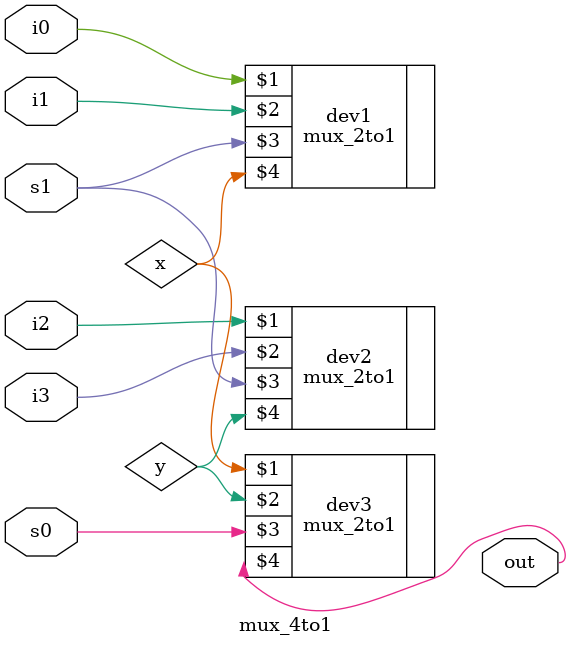
<source format=v>
module mux_4to1(i0,i1,i2,i3,s0,s1,out);
input i0,i1,i2,i3,s0,s1;
output out;
wire x,y;

mux_2to1 dev1(i0,i1,s1,x);
mux_2to1 dev2(i2,i3,s1,y);
mux_2to1 dev3(x,y,s0,out);
endmodule
/*
module mux_4to1_tb();
reg i0,i1,i2,i3,s1,s0;
wire out;

mux_4to1 dev(.i0(i0), .i1(i1), .i2(i2), .i3(i3), .s1(s1), .s0(s0), .out(out));
initial begin
	$dumpfile("test1.vcd");
	$dumpvars(-1,dev);
end

initial begin
i3=1;i2=1;i1=0;i0=1;s0=0;s1=1;#10;
i3=0;i2=0;i1=1;i0=0;s0=0;s1=1;#10;
i3=0;i2=1;i1=0;i0=0;s0=1;s1=0;#10;
i3=1;i2=0;i1=0;i0=0;s0=1;s1=1;#10;
i3=0;i2=0;i1=0;i0=1;s0=0;s1=0;#10;
end
endmodule */
</source>
